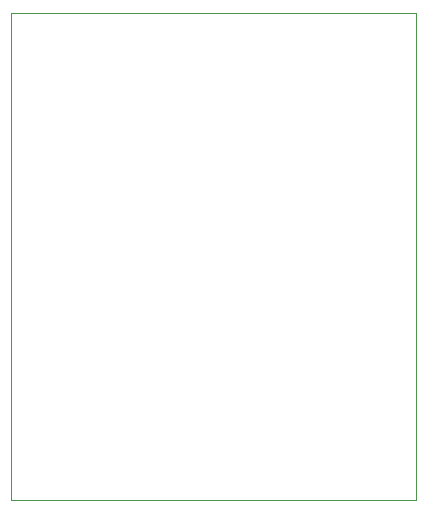
<source format=gbr>
%TF.GenerationSoftware,KiCad,Pcbnew,5.99.0+really5.1.10+dfsg1-1*%
%TF.CreationDate,2021-09-10T11:43:35-04:00*%
%TF.ProjectId,rsp32 lamp,72737033-3220-46c6-916d-702e6b696361,rev?*%
%TF.SameCoordinates,Original*%
%TF.FileFunction,Profile,NP*%
%FSLAX46Y46*%
G04 Gerber Fmt 4.6, Leading zero omitted, Abs format (unit mm)*
G04 Created by KiCad (PCBNEW 5.99.0+really5.1.10+dfsg1-1) date 2021-09-10 11:43:35*
%MOMM*%
%LPD*%
G01*
G04 APERTURE LIST*
%TA.AperFunction,Profile*%
%ADD10C,0.100000*%
%TD*%
G04 APERTURE END LIST*
D10*
X47625000Y-13335000D02*
X47625000Y-54610000D01*
X13335000Y-13335000D02*
X47625000Y-13335000D01*
X13335000Y-54610000D02*
X13335000Y-13335000D01*
X47625000Y-54610000D02*
X13335000Y-54610000D01*
M02*

</source>
